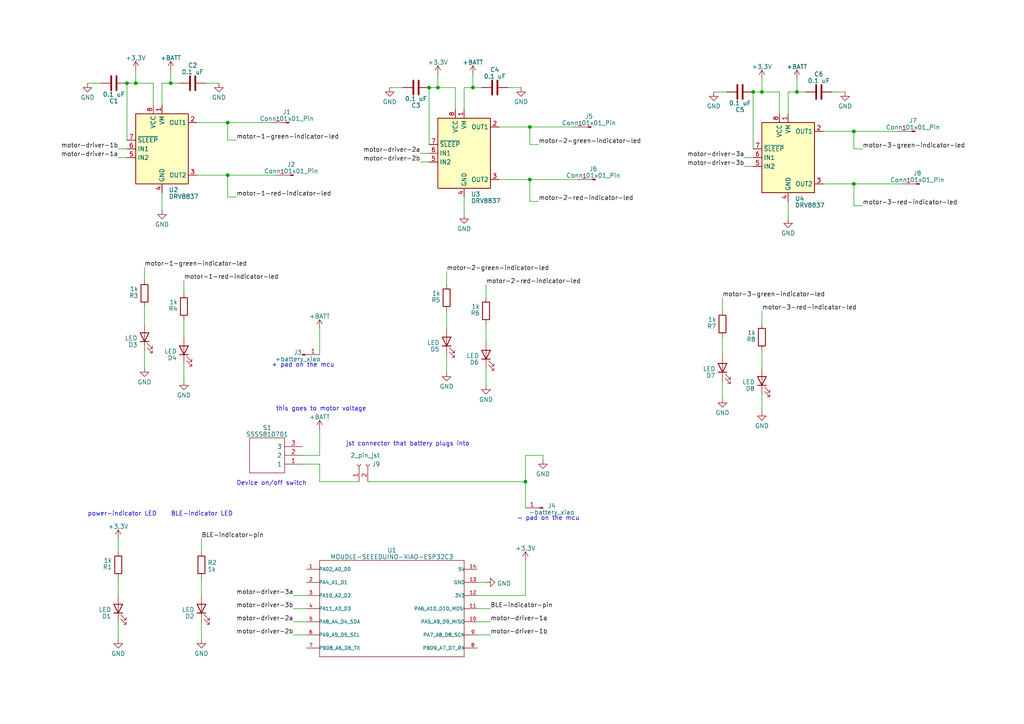
<source format=kicad_sch>
(kicad_sch (version 20230121) (generator eeschema)
  (paper "A4")
  (lib_symbols
    (symbol "Connector:Conn_01x01_Pin" (pin_names (offset 1.016) hide)
      (property "Reference" "J" (at 0 2.54 0))
      (property "Value" "Conn_01x01_Pin" (at 0 -2.54 0))
      (symbol "Conn_01x01_Pin_1_1"
        (polyline (pts (xy 1.27 0) (xy 0.8636 0)) (stroke (width 0.1524)))
        (rectangle (start 0.8636 0.127) (end 0 -0.127) (stroke (width 0.1524)) (fill (type outline)))
        (pin passive line (at 5.08 0 180) (length 3.81) (name "Pin_1") (number "1"))
      )
    )
    (symbol "Connector:Conn_01x02_Socket" (pin_names (offset 1.016) hide)
      (property "Reference" "J" (at 0 2.54 0))
      (property "Value" "Conn_01x02_Socket" (at 0 -5.08 0))
      (symbol "Conn_01x02_Socket_1_1"
        (arc (start 0 -2.032) (mid -0.5058 -2.54) (end 0 -3.048) (stroke (width 0.1524)))
        (polyline (pts (xy -1.27 -2.54) (xy -0.508 -2.54)) (stroke (width 0.1524)))
        (polyline (pts (xy -1.27 0) (xy -0.508 0)) (stroke (width 0.1524)))
        (arc (start 0 0.508) (mid -0.5058 0) (end 0 -0.508) (stroke (width 0.1524)))
        (pin passive line (at -5.08 0 0) (length 3.81) (name "Pin_1") (number "1"))
        (pin passive line (at -5.08 -2.54 0) (length 3.81) (name "Pin_2") (number "2"))
      )
    )
    (symbol "Device:C" (pin_numbers hide) (pin_names (offset 0.254))
      (property "Reference" "C" (at 0.635 2.54 0))
      (property "Value" "C" (at 0.635 -2.54 0))
      (symbol "C_0_1"
        (polyline (pts (xy -2.032 -0.762) (xy 2.032 -0.762)) (stroke (width 0.508)))
        (polyline (pts (xy -2.032 0.762) (xy 2.032 0.762)) (stroke (width 0.508)))
      )
      (symbol "C_1_1"
        (pin passive line (at 0 3.81 270) (length 2.794) (name "~") (number "1"))
        (pin passive line (at 0 -3.81 90) (length 2.794) (name "~") (number "2"))
      )
    )
    (symbol "Device:LED" (pin_numbers hide) (pin_names (offset 1.016) hide)
      (property "Reference" "D" (at 0 2.54 0))
      (property "Value" "LED" (at 0 -2.54 0))
      (symbol "LED_0_1"
        (polyline (pts (xy -1.27 -1.27) (xy -1.27 1.27)) (stroke (width 0.254)))
        (polyline (pts (xy -1.27 0) (xy 1.27 0)))
        (polyline (pts (xy 1.27 -1.27) (xy 1.27 1.27) (xy -1.27 0) (xy 1.27 -1.27)) (stroke (width 0.254)))
        (polyline (pts (xy -3.048 -0.762) (xy -4.572 -2.286) (xy -3.81 -2.286) (xy -4.572 -2.286) (xy -4.572 -1.524)))
        (polyline (pts (xy -1.778 -0.762) (xy -3.302 -2.286) (xy -2.54 -2.286) (xy -3.302 -2.286) (xy -3.302 -1.524)))
      )
      (symbol "LED_1_1"
        (pin passive line (at -3.81 0 0) (length 2.54) (name "K") (number "1"))
        (pin passive line (at 3.81 0 180) (length 2.54) (name "A") (number "2"))
      )
    )
    (symbol "Device:R" (pin_numbers hide) (pin_names (offset 0))
      (property "Reference" "R" (at 2.032 0 90))
      (property "Value" "R" (at 0 0 90))
      (symbol "R_0_1"
        (rectangle (start -1.016 -2.54) (end 1.016 2.54) (stroke (width 0.254)))
      )
      (symbol "R_1_1"
        (pin passive line (at 0 3.81 270) (length 1.27) (name "~") (number "1"))
        (pin passive line (at 0 -3.81 90) (length 1.27) (name "~") (number "2"))
      )
    )
    (symbol "Driver_Motor:DRV8837"
      (property "Reference" "U" (at 6.35 11.43 0))
      (property "Value" "DRV8837" (at -10.16 11.43 0))
      (symbol "DRV8837_0_1"
        (rectangle (start -7.62 10.16) (end 7.62 -10.16) (stroke (width 0.254)) (fill (type background)))
      )
      (symbol "DRV8837_1_1"
        (pin power_in line (at 0 12.7 270) (length 2.54) (name "VM") (number "1"))
        (pin output line (at 10.16 7.62 180) (length 2.54) (name "OUT1") (number "2"))
        (pin output line (at 10.16 -7.62 180) (length 2.54) (name "OUT2") (number "3"))
        (pin power_in line (at 0 -12.7 90) (length 2.54) (name "GND") (number "4"))
        (pin input line (at -10.16 -2.54 0) (length 2.54) (name "IN2") (number "5"))
        (pin input line (at -10.16 0 0) (length 2.54) (name "IN1") (number "6"))
        (pin input line (at -10.16 2.54 0) (length 2.54) (name "~{SLEEP}") (number "7"))
        (pin power_in line (at -2.54 12.7 270) (length 2.54) (name "VCC") (number "8"))
        (pin passive line (at 0 -12.7 90) (length 2.54) hide (name "GND") (number "9"))
      )
    )
    (symbol "Seeeduino-XIAO:MOUDLE-SEEEDUINO-XIAO-ESP32C3" (pin_names (offset 1.016))
      (property "Reference" "U" (at -21.59 15.24 0))
      (property "Value" "MOUDLE-SEEEDUINO-XIAO-ESP32C3" (at -21.59 13.97 0))
      (symbol "MOUDLE-SEEEDUINO-XIAO-ESP32C3_0_0"
        (polyline (pts (xy -21.59 -13.97) (xy -21.59 0)) (stroke (width 0.1524)))
        (polyline (pts (xy -21.59 -11.43) (xy -22.86 -11.43)) (stroke (width 0.1524)))
        (polyline (pts (xy -21.59 -7.62) (xy -22.86 -7.62)) (stroke (width 0.1524)))
        (polyline (pts (xy -21.59 -3.81) (xy -22.86 -3.81)) (stroke (width 0.1524)))
        (polyline (pts (xy -21.59 0) (xy -22.86 0)) (stroke (width 0.1524)))
        (polyline (pts (xy -21.59 0) (xy -21.59 3.81)) (stroke (width 0.1524)))
        (polyline (pts (xy -21.59 3.81) (xy -22.86 3.81)) (stroke (width 0.1524)))
        (polyline (pts (xy -21.59 3.81) (xy -21.59 7.62)) (stroke (width 0.1524)))
        (polyline (pts (xy -21.59 7.62) (xy -22.86 7.62)) (stroke (width 0.1524)))
        (polyline (pts (xy -21.59 7.62) (xy -21.59 11.43)) (stroke (width 0.1524)))
        (polyline (pts (xy -21.59 11.43) (xy -22.86 11.43)) (stroke (width 0.1524)))
        (polyline (pts (xy -21.59 11.43) (xy -21.59 13.97)) (stroke (width 0.1524)))
        (polyline (pts (xy -21.59 13.97) (xy 20.32 13.97)) (stroke (width 0.1524)))
        (polyline (pts (xy 20.32 -13.97) (xy -21.59 -13.97)) (stroke (width 0.1524)))
        (polyline (pts (xy 20.32 3.81) (xy 20.32 -13.97)) (stroke (width 0.1524)))
        (polyline (pts (xy 20.32 7.62) (xy 20.32 3.81)) (stroke (width 0.1524)))
        (polyline (pts (xy 20.32 11.43) (xy 20.32 7.62)) (stroke (width 0.1524)))
        (polyline (pts (xy 20.32 13.97) (xy 20.32 11.43)) (stroke (width 0.1524)))
        (polyline (pts (xy 21.59 -11.43) (xy 20.32 -11.43)) (stroke (width 0.1524)))
        (polyline (pts (xy 21.59 -7.62) (xy 20.32 -7.62)) (stroke (width 0.1524)))
        (polyline (pts (xy 21.59 -3.81) (xy 20.32 -3.81)) (stroke (width 0.1524)))
        (polyline (pts (xy 21.59 0) (xy 20.32 0)) (stroke (width 0.1524)))
        (polyline (pts (xy 21.59 3.81) (xy 20.32 3.81)) (stroke (width 0.1524)))
        (polyline (pts (xy 21.59 7.62) (xy 20.32 7.62)) (stroke (width 0.1524)))
        (polyline (pts (xy 21.59 11.43) (xy 20.32 11.43)) (stroke (width 0.1524)))
        (pin bidirectional line (at -25.4 11.43 0) (length 2.54) (name "PA02_A0_D0") (number "1"))
        (pin bidirectional line (at 24.13 -3.81 180) (length 2.54) (name "PA5_A9_D9_MISO") (number "10"))
        (pin bidirectional line (at 24.13 0 180) (length 2.54) (name "PA6_A10_D10_MOSI") (number "11"))
        (pin bidirectional line (at 24.13 3.81 180) (length 2.54) (name "3V3") (number "12"))
        (pin bidirectional line (at 24.13 7.62 180) (length 2.54) (name "GND") (number "13"))
        (pin bidirectional line (at 24.13 11.43 180) (length 2.54) (name "5V") (number "14"))
        (pin bidirectional line (at -25.4 7.62 0) (length 2.54) (name "PA4_A1_D1") (number "2"))
        (pin bidirectional line (at -25.4 3.81 0) (length 2.54) (name "PA10_A2_D2") (number "3"))
        (pin bidirectional line (at -25.4 0 0) (length 2.54) (name "PA11_A3_D3") (number "4"))
        (pin bidirectional line (at -25.4 -3.81 0) (length 2.54) (name "PA8_A4_D4_SDA") (number "5"))
        (pin bidirectional line (at -25.4 -7.62 0) (length 2.54) (name "PA9_A5_D5_SCL") (number "6"))
        (pin bidirectional line (at -25.4 -11.43 0) (length 2.54) (name "PB08_A6_D6_TX") (number "7"))
        (pin bidirectional line (at 24.13 -11.43 180) (length 2.54) (name "PB09_A7_D7_RX") (number "8"))
        (pin bidirectional line (at 24.13 -7.62 180) (length 2.54) (name "PA7_A8_D8_SCK") (number "9"))
      )
    )
    (symbol "Switch-Alpine:SSSS810701" (pin_names (offset 0.762))
      (property "Reference" "S" (at 16.51 7.62 0))
      (property "Value" "SSSS810701" (at 16.51 5.08 0))
      (symbol "SSSS810701_0_0"
        (pin passive line (at 0 0 0) (length 5.08) (name "1") (number "1"))
        (pin passive line (at 0 -2.54 0) (length 5.08) (name "2") (number "2"))
        (pin passive line (at 0 -5.08 0) (length 5.08) (name "3") (number "3"))
      )
      (symbol "SSSS810701_0_1"
        (polyline (pts (xy 5.08 2.54) (xy 15.24 2.54) (xy 15.24 -7.62) (xy 5.08 -7.62) (xy 5.08 2.54)) (stroke (width 0.1524)))
      )
    )
    (symbol "power:+3.3V" (power) (pin_names (offset 0))
      (property "Value" "+3.3V" (at 0 3.556 0))
      (symbol "+3.3V_0_1"
        (polyline (pts (xy -0.762 1.27) (xy 0 2.54)))
        (polyline (pts (xy 0 0) (xy 0 2.54)))
        (polyline (pts (xy 0 2.54) (xy 0.762 1.27)))
      )
      (symbol "+3.3V_1_1"
        (pin power_in line (at 0 0 90) (length 0) hide (name "+3.3V") (number "1"))
      )
    )
    (symbol "power:+BATT" (power) (pin_names (offset 0))
      (property "Value" "+BATT" (at 0 3.556 0))
      (symbol "+BATT_0_1"
        (polyline (pts (xy -0.762 1.27) (xy 0 2.54)))
        (polyline (pts (xy 0 0) (xy 0 2.54)))
        (polyline (pts (xy 0 2.54) (xy 0.762 1.27)))
      )
      (symbol "+BATT_1_1"
        (pin power_in line (at 0 0 90) (length 0) hide (name "+BATT") (number "1"))
      )
    )
    (symbol "power:GND" (power) (pin_names (offset 0))
      (property "Value" "GND" (at 0 -3.81 0))
      (symbol "GND_0_1"
        (polyline (pts (xy 0 0) (xy 0 -1.27) (xy 1.27 -1.27) (xy 0 -2.54) (xy -1.27 -1.27) (xy 0 -1.27)))
      )
      (symbol "GND_1_1"
        (pin power_in line (at 0 0 270) (length 0) hide (name "GND") (number "1"))
      )
    )
  )
  (junction (at 220.98 26.67))
  (junction (at 247.65 38.1))
  (junction (at 66.04 50.8))
  (junction (at 231.14 26.67))
  (junction (at 218.44 26.67))
  (junction (at 49.53 24.13))
  (junction (at 36.83 24.13))
  (junction (at 247.65 53.34))
  (junction (at 152.4 139.7))
  (junction (at 153.67 36.83))
  (junction (at 39.37 24.13))
  (junction (at 66.04 35.56))
  (junction (at 127 25.4))
  (junction (at 137.16 25.4))
  (junction (at 153.67 52.07))
  (junction (at 124.46 25.4))
  (wire (pts (xy 46.99 55.88) (xy 46.99 60.96)))
  (wire (pts (xy 58.42 156.21) (xy 58.42 160.02)))
  (wire (pts (xy 157.48 132.08) (xy 157.48 133.35)))
  (wire (pts (xy 58.42 172.72) (xy 58.42 167.64)))
  (wire (pts (xy 209.55 102.87) (xy 209.55 97.79)))
  (wire (pts (xy 209.55 110.49) (xy 209.55 115.57)))
  (wire (pts (xy 53.34 105.41) (xy 53.34 110.49)))
  (wire (pts (xy 57.15 50.8) (xy 66.04 50.8)))
  (wire (pts (xy 152.4 139.7) (xy 152.4 147.32)))
  (wire (pts (xy 41.91 93.98) (xy 41.91 88.9)))
  (wire (pts (xy 138.43 168.91) (xy 140.97 168.91)))
  (wire (pts (xy 116.84 25.4) (xy 113.03 25.4)))
  (wire (pts (xy 34.29 45.72) (xy 36.83 45.72)))
  (wire (pts (xy 46.99 24.13) (xy 49.53 24.13)))
  (wire (pts (xy 152.4 132.08) (xy 152.4 139.7)))
  (wire (pts (xy 153.67 58.42) (xy 153.67 52.07)))
  (wire (pts (xy 121.92 46.99) (xy 124.46 46.99)))
  (wire (pts (xy 226.06 26.67) (xy 226.06 33.02)))
  (wire (pts (xy 34.29 172.72) (xy 34.29 167.64)))
  (wire (pts (xy 85.09 180.34) (xy 88.9 180.34)))
  (wire (pts (xy 140.97 106.68) (xy 140.97 111.76)))
  (wire (pts (xy 153.67 41.91) (xy 153.67 36.83)))
  (wire (pts (xy 49.53 24.13) (xy 52.07 24.13)))
  (wire (pts (xy 124.46 25.4) (xy 124.46 41.91)))
  (wire (pts (xy 247.65 53.34) (xy 261.62 53.34)))
  (wire (pts (xy 241.3 26.67) (xy 245.11 26.67)))
  (wire (pts (xy 36.83 24.13) (xy 36.83 40.64)))
  (wire (pts (xy 153.67 36.83) (xy 166.37 36.83)))
  (wire (pts (xy 220.98 114.3) (xy 220.98 119.38)))
  (wire (pts (xy 210.82 26.67) (xy 207.01 26.67)))
  (wire (pts (xy 121.92 44.45) (xy 124.46 44.45)))
  (wire (pts (xy 152.4 162.56) (xy 152.4 172.72)))
  (wire (pts (xy 152.4 172.72) (xy 138.43 172.72)))
  (wire (pts (xy 132.08 25.4) (xy 127 25.4)))
  (wire (pts (xy 156.21 41.91) (xy 153.67 41.91)))
  (wire (pts (xy 68.58 57.15) (xy 66.04 57.15)))
  (wire (pts (xy 209.55 86.36) (xy 209.55 90.17)))
  (wire (pts (xy 59.69 24.13) (xy 63.5 24.13)))
  (wire (pts (xy 66.04 40.64) (xy 66.04 35.56)))
  (wire (pts (xy 66.04 35.56) (xy 78.74 35.56)))
  (wire (pts (xy 53.34 97.79) (xy 53.34 92.71)))
  (wire (pts (xy 41.91 77.47) (xy 41.91 81.28)))
  (wire (pts (xy 138.43 176.53) (xy 142.24 176.53)))
  (wire (pts (xy 127 25.4) (xy 124.46 25.4)))
  (wire (pts (xy 231.14 26.67) (xy 233.68 26.67)))
  (wire (pts (xy 53.34 81.28) (xy 53.34 85.09)))
  (wire (pts (xy 106.68 139.7) (xy 152.4 139.7)))
  (wire (pts (xy 129.54 102.87) (xy 129.54 107.95)))
  (wire (pts (xy 220.98 90.17) (xy 220.98 93.98)))
  (wire (pts (xy 85.09 184.15) (xy 88.9 184.15)))
  (wire (pts (xy 228.6 26.67) (xy 231.14 26.67)))
  (wire (pts (xy 215.9 45.72) (xy 218.44 45.72)))
  (wire (pts (xy 153.67 52.07) (xy 167.64 52.07)))
  (wire (pts (xy 66.04 50.8) (xy 80.01 50.8)))
  (wire (pts (xy 34.29 43.18) (xy 36.83 43.18)))
  (wire (pts (xy 29.21 24.13) (xy 25.4 24.13)))
  (wire (pts (xy 152.4 132.08) (xy 157.48 132.08)))
  (wire (pts (xy 132.08 25.4) (xy 132.08 31.75)))
  (wire (pts (xy 92.71 134.62) (xy 92.71 139.7)))
  (wire (pts (xy 92.71 139.7) (xy 104.14 139.7)))
  (wire (pts (xy 226.06 26.67) (xy 220.98 26.67)))
  (wire (pts (xy 87.63 132.08) (xy 92.71 132.08)))
  (wire (pts (xy 238.76 53.34) (xy 247.65 53.34)))
  (wire (pts (xy 57.15 35.56) (xy 66.04 35.56)))
  (wire (pts (xy 127 21.59) (xy 127 25.4)))
  (wire (pts (xy 140.97 82.55) (xy 140.97 86.36)))
  (wire (pts (xy 85.09 172.72) (xy 88.9 172.72)))
  (wire (pts (xy 92.71 132.08) (xy 92.71 124.46)))
  (wire (pts (xy 85.09 176.53) (xy 88.9 176.53)))
  (wire (pts (xy 87.63 134.62) (xy 92.71 134.62)))
  (wire (pts (xy 140.97 99.06) (xy 140.97 93.98)))
  (wire (pts (xy 247.65 43.18) (xy 247.65 38.1)))
  (wire (pts (xy 228.6 26.67) (xy 228.6 33.02)))
  (wire (pts (xy 39.37 20.32) (xy 39.37 24.13)))
  (wire (pts (xy 92.71 95.25) (xy 92.71 102.87)))
  (wire (pts (xy 138.43 180.34) (xy 142.24 180.34)))
  (wire (pts (xy 46.99 24.13) (xy 46.99 30.48)))
  (wire (pts (xy 58.42 180.34) (xy 58.42 185.42)))
  (wire (pts (xy 137.16 25.4) (xy 139.7 25.4)))
  (wire (pts (xy 129.54 78.74) (xy 129.54 82.55)))
  (wire (pts (xy 129.54 95.25) (xy 129.54 90.17)))
  (wire (pts (xy 49.53 20.32) (xy 49.53 24.13)))
  (wire (pts (xy 34.29 180.34) (xy 34.29 185.42)))
  (wire (pts (xy 215.9 48.26) (xy 218.44 48.26)))
  (wire (pts (xy 34.29 156.21) (xy 34.29 160.02)))
  (wire (pts (xy 238.76 38.1) (xy 247.65 38.1)))
  (wire (pts (xy 44.45 24.13) (xy 39.37 24.13)))
  (wire (pts (xy 134.62 25.4) (xy 137.16 25.4)))
  (wire (pts (xy 250.19 43.18) (xy 247.65 43.18)))
  (wire (pts (xy 250.19 59.69) (xy 247.65 59.69)))
  (wire (pts (xy 231.14 22.86) (xy 231.14 26.67)))
  (wire (pts (xy 220.98 26.67) (xy 218.44 26.67)))
  (wire (pts (xy 247.65 59.69) (xy 247.65 53.34)))
  (wire (pts (xy 66.04 57.15) (xy 66.04 50.8)))
  (wire (pts (xy 220.98 106.68) (xy 220.98 101.6)))
  (wire (pts (xy 138.43 184.15) (xy 142.24 184.15)))
  (wire (pts (xy 156.21 58.42) (xy 153.67 58.42)))
  (wire (pts (xy 147.32 25.4) (xy 151.13 25.4)))
  (wire (pts (xy 220.98 22.86) (xy 220.98 26.67)))
  (wire (pts (xy 68.58 40.64) (xy 66.04 40.64)))
  (wire (pts (xy 144.78 52.07) (xy 153.67 52.07)))
  (wire (pts (xy 137.16 21.59) (xy 137.16 25.4)))
  (wire (pts (xy 39.37 24.13) (xy 36.83 24.13)))
  (wire (pts (xy 41.91 101.6) (xy 41.91 106.68)))
  (wire (pts (xy 44.45 24.13) (xy 44.45 30.48)))
  (wire (pts (xy 134.62 57.15) (xy 134.62 62.23)))
  (wire (pts (xy 144.78 36.83) (xy 153.67 36.83)))
  (wire (pts (xy 247.65 38.1) (xy 260.35 38.1)))
  (wire (pts (xy 228.6 58.42) (xy 228.6 63.5)))
  (wire (pts (xy 134.62 25.4) (xy 134.62 31.75)))
  (wire (pts (xy 218.44 26.67) (xy 218.44 43.18)))
  (text "- pad on the mcu\n" (at 149.86 151.13 0) (effects (font (size 1.27 1.27)) (justify left bottom)))
  (text "Device on/off switch\n" (at 68.58 140.97 0) (effects (font (size 1.27 1.27)) (justify left bottom)))
  (text "this goes to motor voltage\n" (at 80.01 119.38 0) (effects (font (size 1.27 1.27)) (justify left bottom)))
  (text "BLE-indicator LED" (at 49.53 149.86 0) (effects (font (size 1.27 1.27)) (justify left bottom)))
  (text "power-indicator LED" (at 25.4 149.86 0) (effects (font (size 1.27 1.27)) (justify left bottom)))
  (text "jst connector that battery plugs into" (at 100.33 129.54 0) (effects (font (size 1.27 1.27)) (justify left bottom)))
  (text "+ pad on the mcu\n" (at 78.74 106.68 0) (effects (font (size 1.27 1.27)) (justify left bottom)))
  (label "motor-3-red-indicator-led" (at 250.19 59.69 0))
  (label "motor-3-green-indicator-led" (at 209.55 86.36 0))
  (label "motor-driver-1b" (at 34.29 43.18 180))
  (label "motor-3-green-indicator-led" (at 250.19 43.18 0))
  (label "motor-3-red-indicator-led" (at 220.98 90.17 0))
  (label "motor-driver-2b" (at 85.09 184.15 180))
  (label "motor-1-red-indicator-led" (at 53.34 81.28 0))
  (label "motor-driver-2a" (at 121.92 44.45 180))
  (label "motor-2-green-indicator-led" (at 156.21 41.91 0))
  (label "motor-driver-3b" (at 85.09 176.53 180))
  (label "motor-driver-3b" (at 215.9 48.26 180))
  (label "motor-driver-1a" (at 142.24 180.34 0))
  (label "motor-1-green-indicator-led" (at 41.91 77.47 0))
  (label "motor-2-green-indicator-led" (at 129.54 78.74 0))
  (label "motor-driver-1b" (at 142.24 184.15 0))
  (label "motor-2-red-indicator-led" (at 140.97 82.55 0))
  (label "BLE-indicator-pin" (at 58.42 156.21 0))
  (label "motor-2-red-indicator-led" (at 156.21 58.42 0))
  (label "motor-driver-1a" (at 34.29 45.72 180))
  (label "motor-driver-2b" (at 121.92 46.99 180))
  (label "motor-1-green-indicator-led" (at 68.58 40.64 0))
  (label "BLE-indicator-pin" (at 142.24 176.53 0))
  (label "motor-driver-3a" (at 85.09 172.72 180))
  (label "motor-1-red-indicator-led" (at 68.58 57.15 0))
  (label "motor-driver-2a" (at 85.09 180.34 180))
  (label "motor-driver-3a" (at 215.9 45.72 180))
  (symbol (lib_id "power:+3.3V") (at 152.4 162.56 0) (unit 1)
    (property "Reference" "#PWR02" (effects hide))
    (property "Value" "+3.3V" (at 152.4 159.0581 0))
  )
  (symbol (lib_id "Device:R") (at 58.42 163.83 180) (unit 1)
    (property "Reference" "R2" (at 60.198 163.1863 0) (effects (justify right)))
    (property "Value" "1k" (at 60.198 165.1073 0) (effects (justify right)))
    (property "Footprint" "Resistor_SMD:R_0603_1608Metric" (effects hide))
  )
  (symbol (lib_id "Device:LED") (at 140.97 102.87 90) (unit 1)
    (property "Reference" "D6" (at 138.938 105.1012 90) (effects (justify left)))
    (property "Value" "LED" (at 138.938 103.1802 90) (effects (justify left)))
    (property "Footprint" "LED_SMD:LED_0603_1608Metric" (effects hide))
  )
  (symbol (lib_id "Switch-Alpine:SSSS810701") (at 87.63 134.62 180) (unit 1)
    (property "Reference" "S1" (at 77.47 124.0409 0))
    (property "Value" "SSSS810701" (at 77.47 125.9619 0))
    (property "Footprint" "Switch-Alpine:SSSS810701" (effects hide))
    (property "Datasheet" "http://www.alps.com/prod/info/E/HTML/Switch/Slide/SSSS8/SSSS810701.html" (effects hide))
    (property "Description" "Slide Switches Horiz 1 Pole 2 Pos 1.1 Knob 1.5 Travel" (effects hide))
    (property "Manufacturer_Name" "ALPS Electric" (effects hide))
    (property "Manufacturer_Part_Number" "SSSS810701" (effects hide))
    (property "Mouser Part Number" "688-SSSS810701" (effects hide))
    (property "Mouser Price/Stock" "https://www.mouser.co.uk/ProductDetail/Alps-Alpine/SSSS810701?qs=uROlC5LSwk1OL7pdbC2yLg%3D%3D" (effects hide))
    (property "Arrow Part Number" "SSSS810701" (effects hide))
    (property "Arrow Price/Stock" "https://www.arrow.com/en/products/ssss810701/alps-electric" (effects hide))
  )
  (symbol (lib_id "power:GND") (at 245.11 26.67 0) (unit 1)
    (property "Reference" "#PWR027" (effects hide))
    (property "Value" "GND" (at 245.11 30.8055 0))
  )
  (symbol (lib_id "Connector:Conn_01x01_Pin") (at 172.72 52.07 180) (unit 1)
    (property "Reference" "J6" (at 172.085 48.9839 0))
    (property "Value" "Conn_01x01_Pin" (at 172.085 50.9049 0))
    (property "Footprint" "TestPoint:TestPoint_Loop_D1.80mm_Drill1.0mm_Beaded" (effects hide))
  )
  (symbol (lib_id "power:GND") (at 209.55 115.57 0) (unit 1)
    (property "Reference" "#PWR028" (effects hide))
    (property "Value" "GND" (at 209.55 119.7055 0))
  )
  (symbol (lib_id "Device:LED") (at 41.91 97.79 90) (unit 1)
    (property "Reference" "D3" (at 39.878 100.0212 90) (effects (justify left)))
    (property "Value" "LED" (at 39.878 98.1002 90) (effects (justify left)))
    (property "Footprint" "LED_SMD:LED_0603_1608Metric" (effects hide))
  )
  (symbol (lib_id "power:+3.3V") (at 220.98 22.86 0) (unit 1)
    (property "Reference" "#PWR024" (effects hide))
    (property "Value" "+3.3V" (at 220.98 19.3581 0))
  )
  (symbol (lib_id "Device:R") (at 140.97 90.17 180) (unit 1)
    (property "Reference" "R6" (at 139.192 90.8137 0) (effects (justify left)))
    (property "Value" "1k" (at 139.192 88.8927 0) (effects (justify left)))
    (property "Footprint" "Resistor_SMD:R_0603_1608Metric" (effects hide))
  )
  (symbol (lib_id "Connector:Conn_01x01_Pin") (at 266.7 53.34 180) (unit 1)
    (property "Reference" "J8" (at 266.065 50.2539 0))
    (property "Value" "Conn_01x01_Pin" (at 266.065 52.1749 0))
    (property "Footprint" "TestPoint:TestPoint_Loop_D1.80mm_Drill1.0mm_Beaded" (effects hide))
  )
  (symbol (lib_id "power:+BATT") (at 137.16 21.59 0) (unit 1)
    (property "Reference" "#PWR022" (effects hide))
    (property "Value" "+BATT" (at 137.16 18.0881 0))
  )
  (symbol (lib_id "power:GND") (at 151.13 25.4 0) (unit 1)
    (property "Reference" "#PWR023" (effects hide))
    (property "Value" "GND" (at 151.13 29.5355 0))
  )
  (symbol (lib_id "Device:R") (at 220.98 97.79 180) (unit 1)
    (property "Reference" "R8" (at 219.202 98.4337 0) (effects (justify left)))
    (property "Value" "1k" (at 219.202 96.5127 0) (effects (justify left)))
    (property "Footprint" "Resistor_SMD:R_0603_1608Metric" (effects hide))
  )
  (symbol (lib_id "Connector:Conn_01x01_Pin") (at 87.63 102.87 0) (unit 1)
    (property "Reference" "J3" (at 86.36 102.219 0))
    (property "Value" "+battery_xiao" (at 86.36 104.14 0))
    (property "Footprint" "TestPoint:TestPoint_Pad_1.0x1.0mm" (effects hide))
  )
  (symbol (lib_id "power:GND") (at 25.4 24.13 0) (unit 1)
    (property "Reference" "#PWR08" (effects hide))
    (property "Value" "GND" (at 25.4 28.2655 0))
  )
  (symbol (lib_id "Device:R") (at 53.34 88.9 180) (unit 1)
    (property "Reference" "R4" (at 51.562 89.5437 0) (effects (justify left)))
    (property "Value" "1k" (at 51.562 87.6227 0) (effects (justify left)))
    (property "Footprint" "Resistor_SMD:R_0603_1608Metric" (effects hide))
  )
  (symbol (lib_id "power:+BATT") (at 92.71 124.46 0) (unit 1)
    (property "Reference" "#PWR015" (effects hide))
    (property "Value" "+BATT" (at 92.71 120.9581 0))
  )
  (symbol (lib_id "Device:C") (at 143.51 25.4 90) (unit 1)
    (property "Reference" "C4" (at 143.51 20.2311 90))
    (property "Value" "0.1 uF" (at 143.51 22.1521 90))
    (property "Footprint" "Capacitor_SMD:C_0603_1608Metric" (effects hide))
  )
  (symbol (lib_id "power:GND") (at 46.99 60.96 0) (unit 1)
    (property "Reference" "#PWR05" (effects hide))
    (property "Value" "GND" (at 46.99 65.0955 0))
  )
  (symbol (lib_id "Device:R") (at 41.91 85.09 180) (unit 1)
    (property "Reference" "R3" (at 40.132 85.7337 0) (effects (justify left)))
    (property "Value" "1k" (at 40.132 83.8127 0) (effects (justify left)))
    (property "Footprint" "Resistor_SMD:R_0603_1608Metric" (effects hide))
  )
  (symbol (lib_id "Device:R") (at 209.55 93.98 180) (unit 1)
    (property "Reference" "R7" (at 207.772 94.6237 0) (effects (justify left)))
    (property "Value" "1k" (at 207.772 92.7027 0) (effects (justify left)))
    (property "Footprint" "Resistor_SMD:R_0603_1608Metric" (effects hide))
  )
  (symbol (lib_id "Device:C") (at 55.88 24.13 90) (unit 1)
    (property "Reference" "C2" (at 55.88 18.9611 90))
    (property "Value" "0.1 uF" (at 55.88 20.8821 90))
    (property "Footprint" "Capacitor_SMD:C_0603_1608Metric" (effects hide))
  )
  (symbol (lib_id "power:GND") (at 157.48 133.35 0) (unit 1)
    (property "Reference" "#PWR016" (effects hide))
    (property "Value" "GND" (at 157.48 137.4855 0))
  )
  (symbol (lib_id "power:GND") (at 129.54 107.95 0) (unit 1)
    (property "Reference" "#PWR011" (effects hide))
    (property "Value" "GND" (at 129.54 112.0855 0))
  )
  (symbol (lib_id "power:GND") (at 41.91 106.68 0) (unit 1)
    (property "Reference" "#PWR010" (effects hide))
    (property "Value" "GND" (at 41.91 110.8155 0))
  )
  (symbol (lib_id "Device:C") (at 33.02 24.13 270) (unit 1)
    (property "Reference" "C1" (at 33.02 29.2989 90))
    (property "Value" "0.1 uF" (at 33.02 27.3779 90))
    (property "Footprint" "Capacitor_SMD:C_0603_1608Metric" (effects hide))
  )
  (symbol (lib_id "power:GND") (at 140.97 168.91 90) (unit 1)
    (property "Reference" "#PWR01" (effects hide))
    (property "Value" "GND" (at 144.145 169.2268 90) (effects (justify right)))
  )
  (symbol (lib_id "Connector:Conn_01x02_Socket") (at 104.14 134.62 90) (unit 1)
    (property "Reference" "J9" (at 107.8992 134.6113 90) (effects (justify right)))
    (property "Value" "2_pin_jst" (at 101.6 132.08 90) (effects (justify right)))
    (property "Footprint" "Connector_JST:JST_PH_S2B-PH-K_1x02_P2.00mm_Horizontal" (effects hide))
  )
  (symbol (lib_id "Device:LED") (at 34.29 176.53 90) (unit 1)
    (property "Reference" "D1" (at 32.258 178.7612 90) (effects (justify left)))
    (property "Value" "LED" (at 32.258 176.8402 90) (effects (justify left)))
    (property "Footprint" "LED_SMD:LED_0603_1608Metric" (effects hide))
  )
  (symbol (lib_id "power:GND") (at 220.98 119.38 0) (unit 1)
    (property "Reference" "#PWR029" (effects hide))
    (property "Value" "GND" (at 220.98 123.5155 0))
  )
  (symbol (lib_id "power:GND") (at 58.42 185.42 0) (unit 1)
    (property "Reference" "#PWR06" (effects hide))
    (property "Value" "GND" (at 58.42 189.5555 0))
  )
  (symbol (lib_id "power:GND") (at 134.62 62.23 0) (unit 1)
    (property "Reference" "#PWR021" (effects hide))
    (property "Value" "GND" (at 134.62 66.3655 0))
  )
  (symbol (lib_id "Device:R") (at 34.29 163.83 180) (unit 1)
    (property "Reference" "R1" (at 32.512 164.4737 0) (effects (justify left)))
    (property "Value" "1k" (at 32.512 162.5527 0) (effects (justify left)))
    (property "Footprint" "Resistor_SMD:R_0603_1608Metric" (effects hide))
  )
  (symbol (lib_id "Connector:Conn_01x01_Pin") (at 157.48 147.32 180) (unit 1)
    (property "Reference" "J4" (at 160.02 146.669 0))
    (property "Value" "-battery_xiao" (at 160.02 148.59 0))
    (property "Footprint" "TestPoint:TestPoint_Pad_1.0x1.0mm" (effects hide))
  )
  (symbol (lib_id "Device:C") (at 120.65 25.4 270) (unit 1)
    (property "Reference" "C3" (at 120.65 30.5689 90))
    (property "Value" "0.1 uF" (at 120.65 28.6479 90))
    (property "Footprint" "Capacitor_SMD:C_0603_1608Metric" (effects hide))
  )
  (symbol (lib_id "Driver_Motor:DRV8837") (at 134.62 44.45 0) (unit 1)
    (property "Reference" "U3" (at 136.5759 56.3325 0) (effects (justify left)))
    (property "Value" "DRV8837" (at 136.5759 58.2535 0) (effects (justify left)))
    (property "Footprint" "Package_SON:WSON-8-1EP_2x2mm_P0.5mm_EP0.9x1.6mm" (effects hide))
    (property "Datasheet" "http://www.ti.com/lit/ds/symlink/drv8837.pdf" (effects hide))
  )
  (symbol (lib_id "Device:LED") (at 209.55 106.68 90) (unit 1)
    (property "Reference" "D7" (at 207.518 108.9112 90) (effects (justify left)))
    (property "Value" "LED" (at 207.518 106.9902 90) (effects (justify left)))
    (property "Footprint" "LED_SMD:LED_0603_1608Metric" (effects hide))
  )
  (symbol (lib_id "power:+BATT") (at 49.53 20.32 0) (unit 1)
    (property "Reference" "#PWR013" (effects hide))
    (property "Value" "+BATT" (at 49.53 16.8181 0))
  )
  (symbol (lib_id "Connector:Conn_01x01_Pin") (at 83.82 35.56 180) (unit 1)
    (property "Reference" "J1" (at 83.185 32.4739 0))
    (property "Value" "Conn_01x01_Pin" (at 83.185 34.3949 0))
    (property "Footprint" "TestPoint:TestPoint_Loop_D1.80mm_Drill1.0mm_Beaded" (effects hide))
  )
  (symbol (lib_id "power:GND") (at 53.34 110.49 0) (unit 1)
    (property "Reference" "#PWR09" (effects hide))
    (property "Value" "GND" (at 53.34 114.6255 0))
  )
  (symbol (lib_id "Device:C") (at 237.49 26.67 90) (unit 1)
    (property "Reference" "C6" (at 237.49 21.5011 90))
    (property "Value" "0.1 uF" (at 237.49 23.4221 90))
    (property "Footprint" "Capacitor_SMD:C_0603_1608Metric" (effects hide))
  )
  (symbol (lib_id "power:GND") (at 113.03 25.4 0) (unit 1)
    (property "Reference" "#PWR018" (effects hide))
    (property "Value" "GND" (at 113.03 29.5355 0))
  )
  (symbol (lib_id "Device:LED") (at 53.34 101.6 90) (unit 1)
    (property "Reference" "D4" (at 51.308 103.8312 90) (effects (justify left)))
    (property "Value" "LED" (at 51.308 101.9102 90) (effects (justify left)))
    (property "Footprint" "LED_SMD:LED_0603_1608Metric" (effects hide))
  )
  (symbol (lib_id "Device:LED") (at 220.98 110.49 90) (unit 1)
    (property "Reference" "D8" (at 218.948 112.7212 90) (effects (justify left)))
    (property "Value" "LED" (at 218.948 110.8002 90) (effects (justify left)))
    (property "Footprint" "LED_SMD:LED_0603_1608Metric" (effects hide))
  )
  (symbol (lib_id "power:+BATT") (at 231.14 22.86 0) (unit 1)
    (property "Reference" "#PWR026" (effects hide))
    (property "Value" "+BATT" (at 231.14 19.3581 0))
  )
  (symbol (lib_id "Driver_Motor:DRV8837") (at 228.6 45.72 0) (unit 1)
    (property "Reference" "U4" (at 230.5559 57.6025 0) (effects (justify left)))
    (property "Value" "DRV8837" (at 230.5559 59.5235 0) (effects (justify left)))
    (property "Footprint" "Package_SON:WSON-8-1EP_2x2mm_P0.5mm_EP0.9x1.6mm" (effects hide))
    (property "Datasheet" "http://www.ti.com/lit/ds/symlink/drv8837.pdf" (effects hide))
  )
  (symbol (lib_id "Device:R") (at 129.54 86.36 180) (unit 1)
    (property "Reference" "R5" (at 127.762 87.0037 0) (effects (justify left)))
    (property "Value" "1k" (at 127.762 85.0827 0) (effects (justify left)))
    (property "Footprint" "Resistor_SMD:R_0603_1608Metric" (effects hide))
  )
  (symbol (lib_id "Connector:Conn_01x01_Pin") (at 171.45 36.83 180) (unit 1)
    (property "Reference" "J5" (at 170.815 33.7439 0))
    (property "Value" "Conn_01x01_Pin" (at 170.815 35.6649 0))
    (property "Footprint" "TestPoint:TestPoint_Loop_D1.80mm_Drill1.0mm_Beaded" (effects hide))
  )
  (symbol (lib_id "Device:LED") (at 58.42 176.53 90) (unit 1)
    (property "Reference" "D2" (at 56.388 178.7612 90) (effects (justify left)))
    (property "Value" "LED" (at 56.388 176.8402 90) (effects (justify left)))
    (property "Footprint" "LED_SMD:LED_0603_1608Metric" (effects hide))
  )
  (symbol (lib_id "Connector:Conn_01x01_Pin") (at 85.09 50.8 180) (unit 1)
    (property "Reference" "J2" (at 84.455 47.7139 0))
    (property "Value" "Conn_01x01_Pin" (at 84.455 49.6349 0))
    (property "Footprint" "TestPoint:TestPoint_Loop_D1.80mm_Drill1.0mm_Beaded" (effects hide))
  )
  (symbol (lib_id "power:GND") (at 34.29 185.42 0) (unit 1)
    (property "Reference" "#PWR04" (effects hide))
    (property "Value" "GND" (at 34.29 189.5555 0))
  )
  (symbol (lib_id "power:GND") (at 207.01 26.67 0) (unit 1)
    (property "Reference" "#PWR019" (effects hide))
    (property "Value" "GND" (at 207.01 30.8055 0))
  )
  (symbol (lib_id "Driver_Motor:DRV8837") (at 46.99 43.18 0) (unit 1)
    (property "Reference" "U2" (at 48.9459 55.0625 0) (effects (justify left)))
    (property "Value" "DRV8837" (at 48.9459 56.9835 0) (effects (justify left)))
    (property "Footprint" "Package_SON:WSON-8-1EP_2x2mm_P0.5mm_EP0.9x1.6mm" (effects hide))
    (property "Datasheet" "http://www.ti.com/lit/ds/symlink/drv8837.pdf" (effects hide))
  )
  (symbol (lib_id "Device:C") (at 214.63 26.67 270) (unit 1)
    (property "Reference" "C5" (at 214.63 31.8389 90))
    (property "Value" "0.1 uF" (at 214.63 29.9179 90))
    (property "Footprint" "Capacitor_SMD:C_0603_1608Metric" (effects hide))
  )
  (symbol (lib_id "Device:LED") (at 129.54 99.06 90) (unit 1)
    (property "Reference" "D5" (at 127.508 101.2912 90) (effects (justify left)))
    (property "Value" "LED" (at 127.508 99.3702 90) (effects (justify left)))
    (property "Footprint" "LED_SMD:LED_0603_1608Metric" (effects hide))
  )
  (symbol (lib_id "power:GND") (at 228.6 63.5 0) (unit 1)
    (property "Reference" "#PWR025" (effects hide))
    (property "Value" "GND" (at 228.6 67.6355 0))
  )
  (symbol (lib_id "Connector:Conn_01x01_Pin") (at 265.43 38.1 180) (unit 1)
    (property "Reference" "J7" (at 264.795 35.0139 0))
    (property "Value" "Conn_01x01_Pin" (at 264.795 36.9349 0))
    (property "Footprint" "TestPoint:TestPoint_Loop_D1.80mm_Drill1.0mm_Beaded" (effects hide))
  )
  (symbol (lib_id "power:+3.3V") (at 127 21.59 0) (unit 1)
    (property "Reference" "#PWR020" (effects hide))
    (property "Value" "+3.3V" (at 127 18.0881 0))
  )
  (symbol (lib_id "power:+3.3V") (at 39.37 20.32 0) (unit 1)
    (property "Reference" "#PWR07" (effects hide))
    (property "Value" "+3.3V" (at 39.37 16.8181 0))
  )
  (symbol (lib_id "power:+BATT") (at 92.71 95.25 0) (unit 1)
    (property "Reference" "#PWR017" (effects hide))
    (property "Value" "+BATT" (at 92.71 91.7481 0))
  )
  (symbol (lib_id "Seeeduino-XIAO:MOUDLE-SEEEDUINO-XIAO-ESP32C3") (at 114.3 176.53 0) (unit 1)
    (property "Reference" "U1" (at 113.665 159.6009 0))
    (property "Value" "MOUDLE-SEEEDUINO-XIAO-ESP32C3" (at 113.665 161.5219 0))
    (property "Footprint" "Seeeduino-XIAO:MOUDLE14P-SMD-2.54-21X17.8MM" (effects hide))
  )
  (symbol (lib_id "power:GND") (at 140.97 111.76 0) (unit 1)
    (property "Reference" "#PWR014" (effects hide))
    (property "Value" "GND" (at 140.97 115.8955 0))
  )
  (symbol (lib_id "power:+3.3V") (at 34.29 156.21 0) (unit 1)
    (property "Reference" "#PWR03" (effects hide))
    (property "Value" "+3.3V" (at 34.29 152.7081 0))
  )
  (symbol (lib_id "power:GND") (at 63.5 24.13 0) (unit 1)
    (property "Reference" "#PWR012" (effects hide))
    (property "Value" "GND" (at 63.5 28.2655 0))
  )
)
</source>
